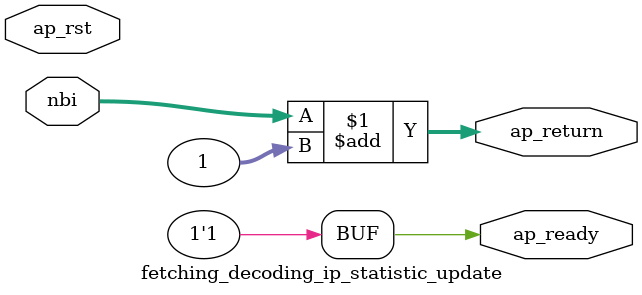
<source format=v>

`timescale 1 ns / 1 ps 

module fetching_decoding_ip_statistic_update (
        ap_ready,
        nbi,
        ap_return,
        ap_rst
);


output   ap_ready;
input  [31:0] nbi;
output  [31:0] ap_return;
input   ap_rst;

assign ap_ready = 1'b1;

assign ap_return = (nbi + 32'd1);

endmodule //fetching_decoding_ip_statistic_update

</source>
